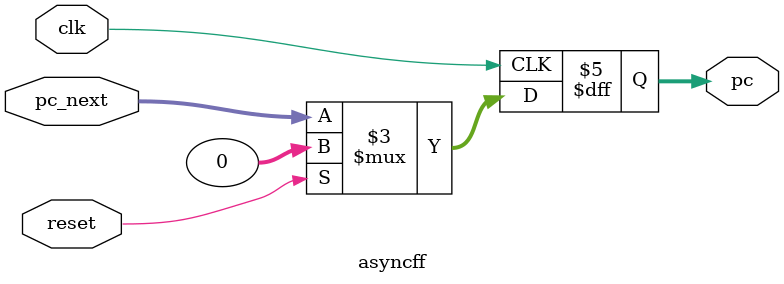
<source format=sv>
module asyncff #(parameter WIDTH = 32)(
    input logic [WIDTH-1:0] pc_next, // Next value to store in the flip-flop
    input logic clk,                 // Clock signal
    input logic reset,               // Synchronous reset signal
    output logic [WIDTH-1:0] pc      // Current value stored in the flip-flop
);
    always_ff @(posedge clk) begin 
        if (reset) 
            pc <= 0;                 // Reset the output to 0
        else 
            pc <= pc_next;           // Store the next value
    end
endmodule
</source>
